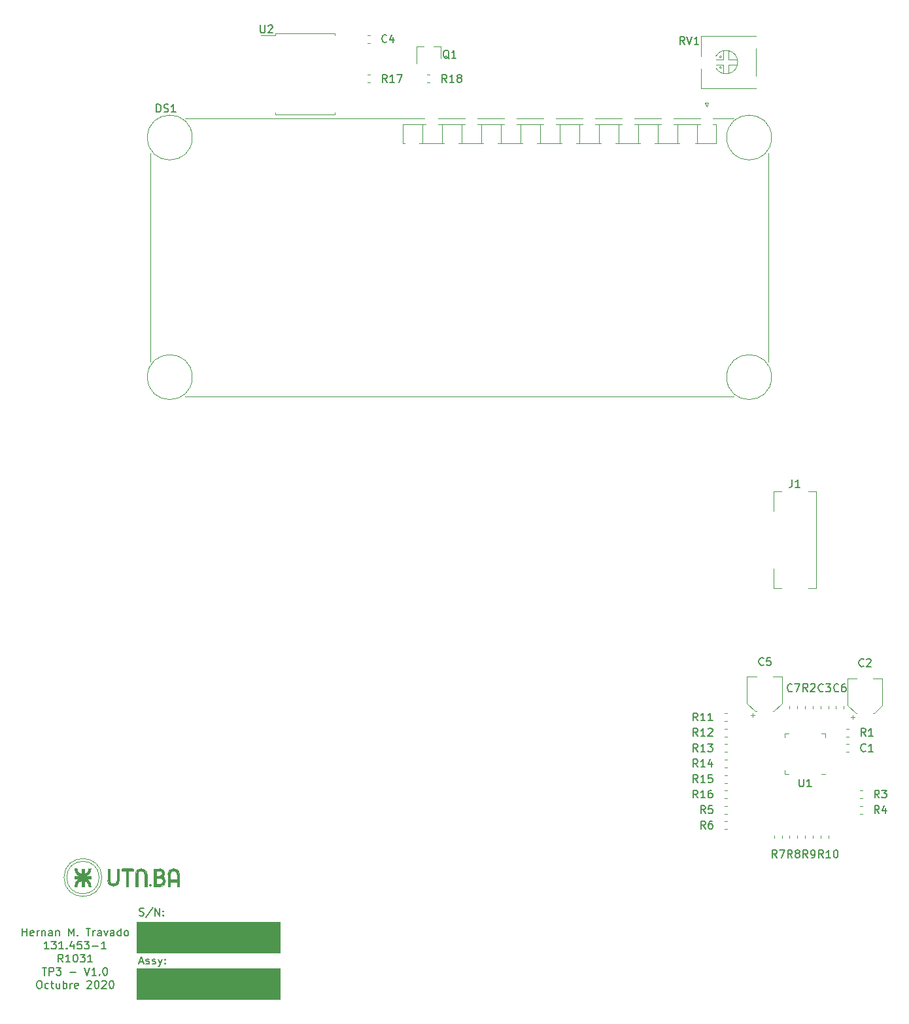
<source format=gbr>
G04 #@! TF.GenerationSoftware,KiCad,Pcbnew,(5.1.6)-1*
G04 #@! TF.CreationDate,2020-10-27T15:14:38-03:00*
G04 #@! TF.ProjectId,PanelFrontal,50616e65-6c46-4726-9f6e-74616c2e6b69,v1.0*
G04 #@! TF.SameCoordinates,Original*
G04 #@! TF.FileFunction,Legend,Top*
G04 #@! TF.FilePolarity,Positive*
%FSLAX46Y46*%
G04 Gerber Fmt 4.6, Leading zero omitted, Abs format (unit mm)*
G04 Created by KiCad (PCBNEW (5.1.6)-1) date 2020-10-27 15:14:38*
%MOMM*%
%LPD*%
G01*
G04 APERTURE LIST*
%ADD10C,0.100000*%
%ADD11C,0.200000*%
%ADD12C,0.120000*%
%ADD13C,0.050000*%
%ADD14C,0.150000*%
%ADD15C,0.250000*%
%ADD16C,0.280000*%
G04 APERTURE END LIST*
D10*
G36*
X141000000Y-184250000D02*
G01*
X122500000Y-184250000D01*
X122500000Y-180250000D01*
X141000000Y-180250000D01*
X141000000Y-184250000D01*
G37*
X141000000Y-184250000D02*
X122500000Y-184250000D01*
X122500000Y-180250000D01*
X141000000Y-180250000D01*
X141000000Y-184250000D01*
D11*
X122820476Y-185416666D02*
X123296666Y-185416666D01*
X122725238Y-185702380D02*
X123058571Y-184702380D01*
X123391904Y-185702380D01*
X123677619Y-185654761D02*
X123772857Y-185702380D01*
X123963333Y-185702380D01*
X124058571Y-185654761D01*
X124106190Y-185559523D01*
X124106190Y-185511904D01*
X124058571Y-185416666D01*
X123963333Y-185369047D01*
X123820476Y-185369047D01*
X123725238Y-185321428D01*
X123677619Y-185226190D01*
X123677619Y-185178571D01*
X123725238Y-185083333D01*
X123820476Y-185035714D01*
X123963333Y-185035714D01*
X124058571Y-185083333D01*
X124487142Y-185654761D02*
X124582380Y-185702380D01*
X124772857Y-185702380D01*
X124868095Y-185654761D01*
X124915714Y-185559523D01*
X124915714Y-185511904D01*
X124868095Y-185416666D01*
X124772857Y-185369047D01*
X124630000Y-185369047D01*
X124534761Y-185321428D01*
X124487142Y-185226190D01*
X124487142Y-185178571D01*
X124534761Y-185083333D01*
X124630000Y-185035714D01*
X124772857Y-185035714D01*
X124868095Y-185083333D01*
X125249047Y-185035714D02*
X125487142Y-185702380D01*
X125725238Y-185035714D02*
X125487142Y-185702380D01*
X125391904Y-185940476D01*
X125344285Y-185988095D01*
X125249047Y-186035714D01*
X126106190Y-185607142D02*
X126153809Y-185654761D01*
X126106190Y-185702380D01*
X126058571Y-185654761D01*
X126106190Y-185607142D01*
X126106190Y-185702380D01*
X126106190Y-185083333D02*
X126153809Y-185130952D01*
X126106190Y-185178571D01*
X126058571Y-185130952D01*
X126106190Y-185083333D01*
X126106190Y-185178571D01*
D10*
G36*
X141000000Y-190250000D02*
G01*
X122500000Y-190250000D01*
X122500000Y-186250000D01*
X141000000Y-186250000D01*
X141000000Y-190250000D01*
G37*
X141000000Y-190250000D02*
X122500000Y-190250000D01*
X122500000Y-186250000D01*
X141000000Y-186250000D01*
X141000000Y-190250000D01*
D11*
X122820476Y-179404761D02*
X122963333Y-179452380D01*
X123201428Y-179452380D01*
X123296666Y-179404761D01*
X123344285Y-179357142D01*
X123391904Y-179261904D01*
X123391904Y-179166666D01*
X123344285Y-179071428D01*
X123296666Y-179023809D01*
X123201428Y-178976190D01*
X123010952Y-178928571D01*
X122915714Y-178880952D01*
X122868095Y-178833333D01*
X122820476Y-178738095D01*
X122820476Y-178642857D01*
X122868095Y-178547619D01*
X122915714Y-178500000D01*
X123010952Y-178452380D01*
X123249047Y-178452380D01*
X123391904Y-178500000D01*
X124534761Y-178404761D02*
X123677619Y-179690476D01*
X124868095Y-179452380D02*
X124868095Y-178452380D01*
X125439523Y-179452380D01*
X125439523Y-178452380D01*
X125915714Y-179357142D02*
X125963333Y-179404761D01*
X125915714Y-179452380D01*
X125868095Y-179404761D01*
X125915714Y-179357142D01*
X125915714Y-179452380D01*
X125915714Y-178833333D02*
X125963333Y-178880952D01*
X125915714Y-178928571D01*
X125868095Y-178880952D01*
X125915714Y-178833333D01*
X125915714Y-178928571D01*
X107666666Y-182052380D02*
X107666666Y-181052380D01*
X107666666Y-181528571D02*
X108238095Y-181528571D01*
X108238095Y-182052380D02*
X108238095Y-181052380D01*
X109095238Y-182004761D02*
X109000000Y-182052380D01*
X108809523Y-182052380D01*
X108714285Y-182004761D01*
X108666666Y-181909523D01*
X108666666Y-181528571D01*
X108714285Y-181433333D01*
X108809523Y-181385714D01*
X109000000Y-181385714D01*
X109095238Y-181433333D01*
X109142857Y-181528571D01*
X109142857Y-181623809D01*
X108666666Y-181719047D01*
X109571428Y-182052380D02*
X109571428Y-181385714D01*
X109571428Y-181576190D02*
X109619047Y-181480952D01*
X109666666Y-181433333D01*
X109761904Y-181385714D01*
X109857142Y-181385714D01*
X110190476Y-181385714D02*
X110190476Y-182052380D01*
X110190476Y-181480952D02*
X110238095Y-181433333D01*
X110333333Y-181385714D01*
X110476190Y-181385714D01*
X110571428Y-181433333D01*
X110619047Y-181528571D01*
X110619047Y-182052380D01*
X111523809Y-182052380D02*
X111523809Y-181528571D01*
X111476190Y-181433333D01*
X111380952Y-181385714D01*
X111190476Y-181385714D01*
X111095238Y-181433333D01*
X111523809Y-182004761D02*
X111428571Y-182052380D01*
X111190476Y-182052380D01*
X111095238Y-182004761D01*
X111047619Y-181909523D01*
X111047619Y-181814285D01*
X111095238Y-181719047D01*
X111190476Y-181671428D01*
X111428571Y-181671428D01*
X111523809Y-181623809D01*
X112000000Y-181385714D02*
X112000000Y-182052380D01*
X112000000Y-181480952D02*
X112047619Y-181433333D01*
X112142857Y-181385714D01*
X112285714Y-181385714D01*
X112380952Y-181433333D01*
X112428571Y-181528571D01*
X112428571Y-182052380D01*
X113666666Y-182052380D02*
X113666666Y-181052380D01*
X114000000Y-181766666D01*
X114333333Y-181052380D01*
X114333333Y-182052380D01*
X114809523Y-181957142D02*
X114857142Y-182004761D01*
X114809523Y-182052380D01*
X114761904Y-182004761D01*
X114809523Y-181957142D01*
X114809523Y-182052380D01*
X115904761Y-181052380D02*
X116476190Y-181052380D01*
X116190476Y-182052380D02*
X116190476Y-181052380D01*
X116809523Y-182052380D02*
X116809523Y-181385714D01*
X116809523Y-181576190D02*
X116857142Y-181480952D01*
X116904761Y-181433333D01*
X117000000Y-181385714D01*
X117095238Y-181385714D01*
X117857142Y-182052380D02*
X117857142Y-181528571D01*
X117809523Y-181433333D01*
X117714285Y-181385714D01*
X117523809Y-181385714D01*
X117428571Y-181433333D01*
X117857142Y-182004761D02*
X117761904Y-182052380D01*
X117523809Y-182052380D01*
X117428571Y-182004761D01*
X117380952Y-181909523D01*
X117380952Y-181814285D01*
X117428571Y-181719047D01*
X117523809Y-181671428D01*
X117761904Y-181671428D01*
X117857142Y-181623809D01*
X118238095Y-181385714D02*
X118476190Y-182052380D01*
X118714285Y-181385714D01*
X119523809Y-182052380D02*
X119523809Y-181528571D01*
X119476190Y-181433333D01*
X119380952Y-181385714D01*
X119190476Y-181385714D01*
X119095238Y-181433333D01*
X119523809Y-182004761D02*
X119428571Y-182052380D01*
X119190476Y-182052380D01*
X119095238Y-182004761D01*
X119047619Y-181909523D01*
X119047619Y-181814285D01*
X119095238Y-181719047D01*
X119190476Y-181671428D01*
X119428571Y-181671428D01*
X119523809Y-181623809D01*
X120428571Y-182052380D02*
X120428571Y-181052380D01*
X120428571Y-182004761D02*
X120333333Y-182052380D01*
X120142857Y-182052380D01*
X120047619Y-182004761D01*
X120000000Y-181957142D01*
X119952380Y-181861904D01*
X119952380Y-181576190D01*
X120000000Y-181480952D01*
X120047619Y-181433333D01*
X120142857Y-181385714D01*
X120333333Y-181385714D01*
X120428571Y-181433333D01*
X121047619Y-182052380D02*
X120952380Y-182004761D01*
X120904761Y-181957142D01*
X120857142Y-181861904D01*
X120857142Y-181576190D01*
X120904761Y-181480952D01*
X120952380Y-181433333D01*
X121047619Y-181385714D01*
X121190476Y-181385714D01*
X121285714Y-181433333D01*
X121333333Y-181480952D01*
X121380952Y-181576190D01*
X121380952Y-181861904D01*
X121333333Y-181957142D01*
X121285714Y-182004761D01*
X121190476Y-182052380D01*
X121047619Y-182052380D01*
X111071428Y-183752380D02*
X110500000Y-183752380D01*
X110785714Y-183752380D02*
X110785714Y-182752380D01*
X110690476Y-182895238D01*
X110595238Y-182990476D01*
X110500000Y-183038095D01*
X111404761Y-182752380D02*
X112023809Y-182752380D01*
X111690476Y-183133333D01*
X111833333Y-183133333D01*
X111928571Y-183180952D01*
X111976190Y-183228571D01*
X112023809Y-183323809D01*
X112023809Y-183561904D01*
X111976190Y-183657142D01*
X111928571Y-183704761D01*
X111833333Y-183752380D01*
X111547619Y-183752380D01*
X111452380Y-183704761D01*
X111404761Y-183657142D01*
X112976190Y-183752380D02*
X112404761Y-183752380D01*
X112690476Y-183752380D02*
X112690476Y-182752380D01*
X112595238Y-182895238D01*
X112500000Y-182990476D01*
X112404761Y-183038095D01*
X113404761Y-183657142D02*
X113452380Y-183704761D01*
X113404761Y-183752380D01*
X113357142Y-183704761D01*
X113404761Y-183657142D01*
X113404761Y-183752380D01*
X114309523Y-183085714D02*
X114309523Y-183752380D01*
X114071428Y-182704761D02*
X113833333Y-183419047D01*
X114452380Y-183419047D01*
X115309523Y-182752380D02*
X114833333Y-182752380D01*
X114785714Y-183228571D01*
X114833333Y-183180952D01*
X114928571Y-183133333D01*
X115166666Y-183133333D01*
X115261904Y-183180952D01*
X115309523Y-183228571D01*
X115357142Y-183323809D01*
X115357142Y-183561904D01*
X115309523Y-183657142D01*
X115261904Y-183704761D01*
X115166666Y-183752380D01*
X114928571Y-183752380D01*
X114833333Y-183704761D01*
X114785714Y-183657142D01*
X115690476Y-182752380D02*
X116309523Y-182752380D01*
X115976190Y-183133333D01*
X116119047Y-183133333D01*
X116214285Y-183180952D01*
X116261904Y-183228571D01*
X116309523Y-183323809D01*
X116309523Y-183561904D01*
X116261904Y-183657142D01*
X116214285Y-183704761D01*
X116119047Y-183752380D01*
X115833333Y-183752380D01*
X115738095Y-183704761D01*
X115690476Y-183657142D01*
X116738095Y-183371428D02*
X117500000Y-183371428D01*
X118500000Y-183752380D02*
X117928571Y-183752380D01*
X118214285Y-183752380D02*
X118214285Y-182752380D01*
X118119047Y-182895238D01*
X118023809Y-182990476D01*
X117928571Y-183038095D01*
X112904761Y-185452380D02*
X112571428Y-184976190D01*
X112333333Y-185452380D02*
X112333333Y-184452380D01*
X112714285Y-184452380D01*
X112809523Y-184500000D01*
X112857142Y-184547619D01*
X112904761Y-184642857D01*
X112904761Y-184785714D01*
X112857142Y-184880952D01*
X112809523Y-184928571D01*
X112714285Y-184976190D01*
X112333333Y-184976190D01*
X113857142Y-185452380D02*
X113285714Y-185452380D01*
X113571428Y-185452380D02*
X113571428Y-184452380D01*
X113476190Y-184595238D01*
X113380952Y-184690476D01*
X113285714Y-184738095D01*
X114476190Y-184452380D02*
X114571428Y-184452380D01*
X114666666Y-184500000D01*
X114714285Y-184547619D01*
X114761904Y-184642857D01*
X114809523Y-184833333D01*
X114809523Y-185071428D01*
X114761904Y-185261904D01*
X114714285Y-185357142D01*
X114666666Y-185404761D01*
X114571428Y-185452380D01*
X114476190Y-185452380D01*
X114380952Y-185404761D01*
X114333333Y-185357142D01*
X114285714Y-185261904D01*
X114238095Y-185071428D01*
X114238095Y-184833333D01*
X114285714Y-184642857D01*
X114333333Y-184547619D01*
X114380952Y-184500000D01*
X114476190Y-184452380D01*
X115142857Y-184452380D02*
X115761904Y-184452380D01*
X115428571Y-184833333D01*
X115571428Y-184833333D01*
X115666666Y-184880952D01*
X115714285Y-184928571D01*
X115761904Y-185023809D01*
X115761904Y-185261904D01*
X115714285Y-185357142D01*
X115666666Y-185404761D01*
X115571428Y-185452380D01*
X115285714Y-185452380D01*
X115190476Y-185404761D01*
X115142857Y-185357142D01*
X116714285Y-185452380D02*
X116142857Y-185452380D01*
X116428571Y-185452380D02*
X116428571Y-184452380D01*
X116333333Y-184595238D01*
X116238095Y-184690476D01*
X116142857Y-184738095D01*
X110238095Y-186152380D02*
X110809523Y-186152380D01*
X110523809Y-187152380D02*
X110523809Y-186152380D01*
X111142857Y-187152380D02*
X111142857Y-186152380D01*
X111523809Y-186152380D01*
X111619047Y-186200000D01*
X111666666Y-186247619D01*
X111714285Y-186342857D01*
X111714285Y-186485714D01*
X111666666Y-186580952D01*
X111619047Y-186628571D01*
X111523809Y-186676190D01*
X111142857Y-186676190D01*
X112047619Y-186152380D02*
X112666666Y-186152380D01*
X112333333Y-186533333D01*
X112476190Y-186533333D01*
X112571428Y-186580952D01*
X112619047Y-186628571D01*
X112666666Y-186723809D01*
X112666666Y-186961904D01*
X112619047Y-187057142D01*
X112571428Y-187104761D01*
X112476190Y-187152380D01*
X112190476Y-187152380D01*
X112095238Y-187104761D01*
X112047619Y-187057142D01*
X113857142Y-186771428D02*
X114619047Y-186771428D01*
X115714285Y-186152380D02*
X116047619Y-187152380D01*
X116380952Y-186152380D01*
X117238095Y-187152380D02*
X116666666Y-187152380D01*
X116952380Y-187152380D02*
X116952380Y-186152380D01*
X116857142Y-186295238D01*
X116761904Y-186390476D01*
X116666666Y-186438095D01*
X117666666Y-187057142D02*
X117714285Y-187104761D01*
X117666666Y-187152380D01*
X117619047Y-187104761D01*
X117666666Y-187057142D01*
X117666666Y-187152380D01*
X118333333Y-186152380D02*
X118428571Y-186152380D01*
X118523809Y-186200000D01*
X118571428Y-186247619D01*
X118619047Y-186342857D01*
X118666666Y-186533333D01*
X118666666Y-186771428D01*
X118619047Y-186961904D01*
X118571428Y-187057142D01*
X118523809Y-187104761D01*
X118428571Y-187152380D01*
X118333333Y-187152380D01*
X118238095Y-187104761D01*
X118190476Y-187057142D01*
X118142857Y-186961904D01*
X118095238Y-186771428D01*
X118095238Y-186533333D01*
X118142857Y-186342857D01*
X118190476Y-186247619D01*
X118238095Y-186200000D01*
X118333333Y-186152380D01*
X109761904Y-187852380D02*
X109952380Y-187852380D01*
X110047619Y-187900000D01*
X110142857Y-187995238D01*
X110190476Y-188185714D01*
X110190476Y-188519047D01*
X110142857Y-188709523D01*
X110047619Y-188804761D01*
X109952380Y-188852380D01*
X109761904Y-188852380D01*
X109666666Y-188804761D01*
X109571428Y-188709523D01*
X109523809Y-188519047D01*
X109523809Y-188185714D01*
X109571428Y-187995238D01*
X109666666Y-187900000D01*
X109761904Y-187852380D01*
X111047619Y-188804761D02*
X110952380Y-188852380D01*
X110761904Y-188852380D01*
X110666666Y-188804761D01*
X110619047Y-188757142D01*
X110571428Y-188661904D01*
X110571428Y-188376190D01*
X110619047Y-188280952D01*
X110666666Y-188233333D01*
X110761904Y-188185714D01*
X110952380Y-188185714D01*
X111047619Y-188233333D01*
X111333333Y-188185714D02*
X111714285Y-188185714D01*
X111476190Y-187852380D02*
X111476190Y-188709523D01*
X111523809Y-188804761D01*
X111619047Y-188852380D01*
X111714285Y-188852380D01*
X112476190Y-188185714D02*
X112476190Y-188852380D01*
X112047619Y-188185714D02*
X112047619Y-188709523D01*
X112095238Y-188804761D01*
X112190476Y-188852380D01*
X112333333Y-188852380D01*
X112428571Y-188804761D01*
X112476190Y-188757142D01*
X112952380Y-188852380D02*
X112952380Y-187852380D01*
X112952380Y-188233333D02*
X113047619Y-188185714D01*
X113238095Y-188185714D01*
X113333333Y-188233333D01*
X113380952Y-188280952D01*
X113428571Y-188376190D01*
X113428571Y-188661904D01*
X113380952Y-188757142D01*
X113333333Y-188804761D01*
X113238095Y-188852380D01*
X113047619Y-188852380D01*
X112952380Y-188804761D01*
X113857142Y-188852380D02*
X113857142Y-188185714D01*
X113857142Y-188376190D02*
X113904761Y-188280952D01*
X113952380Y-188233333D01*
X114047619Y-188185714D01*
X114142857Y-188185714D01*
X114857142Y-188804761D02*
X114761904Y-188852380D01*
X114571428Y-188852380D01*
X114476190Y-188804761D01*
X114428571Y-188709523D01*
X114428571Y-188328571D01*
X114476190Y-188233333D01*
X114571428Y-188185714D01*
X114761904Y-188185714D01*
X114857142Y-188233333D01*
X114904761Y-188328571D01*
X114904761Y-188423809D01*
X114428571Y-188519047D01*
X116047619Y-187947619D02*
X116095238Y-187900000D01*
X116190476Y-187852380D01*
X116428571Y-187852380D01*
X116523809Y-187900000D01*
X116571428Y-187947619D01*
X116619047Y-188042857D01*
X116619047Y-188138095D01*
X116571428Y-188280952D01*
X116000000Y-188852380D01*
X116619047Y-188852380D01*
X117238095Y-187852380D02*
X117333333Y-187852380D01*
X117428571Y-187900000D01*
X117476190Y-187947619D01*
X117523809Y-188042857D01*
X117571428Y-188233333D01*
X117571428Y-188471428D01*
X117523809Y-188661904D01*
X117476190Y-188757142D01*
X117428571Y-188804761D01*
X117333333Y-188852380D01*
X117238095Y-188852380D01*
X117142857Y-188804761D01*
X117095238Y-188757142D01*
X117047619Y-188661904D01*
X117000000Y-188471428D01*
X117000000Y-188233333D01*
X117047619Y-188042857D01*
X117095238Y-187947619D01*
X117142857Y-187900000D01*
X117238095Y-187852380D01*
X117952380Y-187947619D02*
X118000000Y-187900000D01*
X118095238Y-187852380D01*
X118333333Y-187852380D01*
X118428571Y-187900000D01*
X118476190Y-187947619D01*
X118523809Y-188042857D01*
X118523809Y-188138095D01*
X118476190Y-188280952D01*
X117904761Y-188852380D01*
X118523809Y-188852380D01*
X119142857Y-187852380D02*
X119238095Y-187852380D01*
X119333333Y-187900000D01*
X119380952Y-187947619D01*
X119428571Y-188042857D01*
X119476190Y-188233333D01*
X119476190Y-188471428D01*
X119428571Y-188661904D01*
X119380952Y-188757142D01*
X119333333Y-188804761D01*
X119238095Y-188852380D01*
X119142857Y-188852380D01*
X119047619Y-188804761D01*
X119000000Y-188757142D01*
X118952380Y-188661904D01*
X118904761Y-188471428D01*
X118904761Y-188233333D01*
X118952380Y-188042857D01*
X119000000Y-187947619D01*
X119047619Y-187900000D01*
X119142857Y-187852380D01*
D12*
X206865000Y-161110000D02*
X206390000Y-161110000D01*
X206390000Y-161110000D02*
X206390000Y-160635000D01*
X211135000Y-155890000D02*
X211610000Y-155890000D01*
X211610000Y-155890000D02*
X211610000Y-156365000D01*
X206865000Y-155890000D02*
X206390000Y-155890000D01*
X206390000Y-155890000D02*
X206390000Y-156365000D01*
X211135000Y-161110000D02*
X211610000Y-161110000D01*
X198587221Y-162260000D02*
X198912779Y-162260000D01*
X198587221Y-161240000D02*
X198912779Y-161240000D01*
X209400000Y-124550000D02*
X210400000Y-124550000D01*
X210400000Y-137050000D02*
X209400000Y-137050000D01*
X204900000Y-137050000D02*
X205900000Y-137050000D01*
X204900000Y-124550000D02*
X204900000Y-127050000D01*
X210400000Y-137050000D02*
X210400000Y-124550000D01*
X204900000Y-137050000D02*
X204900000Y-134550000D01*
X204900000Y-124550000D02*
X205900000Y-124550000D01*
X208010000Y-152662779D02*
X208010000Y-152337221D01*
X206990000Y-152662779D02*
X206990000Y-152337221D01*
X214010000Y-152662779D02*
X214010000Y-152337221D01*
X212990000Y-152662779D02*
X212990000Y-152337221D01*
D13*
X121375000Y-175625000D02*
X121375000Y-175550000D01*
X121150000Y-175625000D02*
X121375000Y-175625000D01*
X121150000Y-175550000D02*
X121150000Y-175625000D01*
D14*
X121300000Y-175550000D02*
X121300000Y-173650000D01*
X121200000Y-173650000D02*
X121200000Y-175550000D01*
D13*
X121950000Y-173425000D02*
X121950000Y-173550000D01*
X120550000Y-173450000D02*
X120550000Y-173550000D01*
D14*
X121925000Y-173575000D02*
X120575000Y-173575000D01*
X120575000Y-173425000D02*
X121925000Y-173425000D01*
D13*
X124275000Y-175500000D02*
G75*
G03*
X124275000Y-175500000I-25000J0D01*
G01*
D11*
X124325000Y-175500000D02*
G75*
G03*
X124325000Y-175500000I-75000J0D01*
G01*
D13*
X123775000Y-175600000D02*
X123775000Y-175525000D01*
X123525000Y-175600000D02*
X123775000Y-175600000D01*
X123525000Y-175525000D02*
X123525000Y-175600000D01*
X122575000Y-175600000D02*
X122575000Y-175525000D01*
X122325000Y-175600000D02*
X122575000Y-175600000D01*
X122325000Y-175500000D02*
X122325000Y-175600000D01*
X118975000Y-173400000D02*
X118975000Y-173475000D01*
X118725000Y-173400000D02*
X118975000Y-173400000D01*
X118725000Y-173475000D02*
X118725000Y-173400000D01*
X120175000Y-173400000D02*
X120175000Y-173475000D01*
X119925000Y-173400000D02*
X120175000Y-173400000D01*
X119925000Y-173500000D02*
X119925000Y-173400000D01*
D15*
X118850000Y-174900000D02*
X118850000Y-173500000D01*
X120050000Y-174900000D02*
X120050000Y-173500000D01*
X123650000Y-174100000D02*
X123650000Y-175500000D01*
X122450000Y-174100000D02*
X122450000Y-175500000D01*
X126800000Y-174900000D02*
X127725000Y-174900000D01*
D13*
X127975000Y-175600000D02*
X127975000Y-175525000D01*
X127950000Y-175600000D02*
X127975000Y-175600000D01*
X127725000Y-175600000D02*
X127950000Y-175600000D01*
X127725000Y-175500000D02*
X127725000Y-175600000D01*
X126525000Y-175500000D02*
X126775000Y-175500000D01*
X126775000Y-175550000D02*
X126525000Y-175550000D01*
X126525000Y-175600000D02*
X126775000Y-175600000D01*
D15*
X127850000Y-174100000D02*
X127850000Y-175500000D01*
X126650000Y-174100000D02*
X126650000Y-175500000D01*
X125475000Y-174450000D02*
X125000000Y-174450000D01*
X124875000Y-175500000D02*
X125500000Y-175500000D01*
X124875000Y-173500000D02*
X124875000Y-175500000D01*
X125475000Y-173500000D02*
X124875000Y-173500000D01*
D13*
X124750000Y-175600000D02*
X125750000Y-175600000D01*
X124750000Y-173425000D02*
X124750000Y-175625000D01*
X124725000Y-173400000D02*
X125700000Y-173400000D01*
X125000000Y-173650000D02*
X125000000Y-174300000D01*
X125000000Y-175350000D02*
X125525000Y-175350000D01*
X124700000Y-173350000D02*
X125475000Y-173350000D01*
X125000000Y-173650000D02*
X125475000Y-173650000D01*
X125000000Y-174300000D02*
X125525000Y-174300000D01*
X125000000Y-174600000D02*
X125525000Y-174600000D01*
X125000000Y-175650000D02*
X125525000Y-175650000D01*
X125000000Y-175350000D02*
X125000000Y-174600000D01*
X125000000Y-175650000D02*
X124700000Y-175650000D01*
X124700000Y-175650000D02*
X124700000Y-173350000D01*
X127700000Y-174750000D02*
X126800000Y-174750000D01*
X126800000Y-175050000D02*
X127700000Y-175050000D01*
X128000000Y-175650000D02*
X128000000Y-174100000D01*
X126800000Y-175650000D02*
X126500000Y-175650000D01*
X126500000Y-175650000D02*
X126500000Y-174100000D01*
X127700000Y-175650000D02*
X127700000Y-174100000D01*
X128000000Y-175650000D02*
X127700000Y-175650000D01*
X126800000Y-175650000D02*
X126800000Y-174100000D01*
X124400000Y-175500000D02*
G75*
G03*
X124400000Y-175500000I-150000J0D01*
G01*
X123800000Y-175650000D02*
X123800000Y-174100000D01*
X123800000Y-175650000D02*
X123500000Y-175650000D01*
X122600000Y-175650000D02*
X122600000Y-174100000D01*
X122600000Y-175650000D02*
X122300000Y-175650000D01*
X123500000Y-175650000D02*
X123500000Y-174100000D01*
X122300000Y-175650000D02*
X122300000Y-174100000D01*
X121400000Y-173650000D02*
X122000000Y-173650000D01*
X120500000Y-173650000D02*
X121100000Y-173650000D01*
X121400000Y-175650000D02*
X121400000Y-173650000D01*
X121100000Y-175650000D02*
X121400000Y-175650000D01*
X121100000Y-173650000D02*
X121100000Y-175650000D01*
X122000000Y-173350000D02*
X122000000Y-173650000D01*
X120500000Y-173350000D02*
X122000000Y-173350000D01*
X120500000Y-173350000D02*
X120500000Y-173650000D01*
X119900000Y-173350000D02*
X119900000Y-174900000D01*
X119900000Y-173350000D02*
X120200000Y-173350000D01*
X120200000Y-173350000D02*
X120200000Y-174900000D01*
X118700000Y-173350000D02*
X118700000Y-174900000D01*
X119000000Y-173350000D02*
X119000000Y-174900000D01*
X118700000Y-173350000D02*
X119000000Y-173350000D01*
D15*
X114600000Y-174500000D02*
X116400000Y-174500000D01*
D13*
X114600000Y-174350000D02*
X114600000Y-174650000D01*
X116400000Y-174350000D02*
X116400000Y-174650000D01*
X116450000Y-174350000D02*
X116450000Y-174650000D01*
X116500000Y-174350000D02*
X116500000Y-174650000D01*
X114550000Y-174650000D02*
X114550000Y-174350000D01*
X114500000Y-174350000D02*
X114500000Y-174650000D01*
D15*
X115500000Y-173450000D02*
X115500000Y-175550000D01*
D13*
X115375000Y-173450000D02*
X115625000Y-173450000D01*
X115375000Y-175550000D02*
X115625000Y-175550000D01*
X115375000Y-175600000D02*
X115625000Y-175600000D01*
X115375000Y-173400000D02*
X115625000Y-173400000D01*
X114450000Y-173350000D02*
X114750000Y-173350000D01*
X116550000Y-173350000D02*
X116250000Y-173350000D01*
X116550000Y-175650000D02*
X116250000Y-175650000D01*
X114450000Y-175650000D02*
X114750000Y-175650000D01*
X115350000Y-174650000D02*
X115350000Y-175650000D01*
X115340000Y-174650000D02*
X115350000Y-174650000D01*
X114450000Y-174650000D02*
X115700000Y-174650000D01*
X114450000Y-174350000D02*
X114450000Y-174650000D01*
X116550000Y-174350000D02*
X114450000Y-174350000D01*
X116550000Y-174650000D02*
X116550000Y-174350000D01*
X115650000Y-174650000D02*
X116550000Y-174650000D01*
X115650000Y-175650000D02*
X115650000Y-174650000D01*
X115350000Y-175650000D02*
X115650000Y-175650000D01*
X115350000Y-173350000D02*
X115350000Y-174700000D01*
X115650000Y-173350000D02*
X115650000Y-174750000D01*
X115350000Y-173350000D02*
X115650000Y-173350000D01*
D12*
X117600000Y-174500000D02*
G75*
G03*
X117600000Y-174500000I-2100000J0D01*
G01*
X117950000Y-174500000D02*
G75*
G03*
X117950000Y-174500000I-2450000J0D01*
G01*
D15*
X120050000Y-174900000D02*
G75*
G02*
X118850000Y-174900000I-600000J0D01*
G01*
X122450000Y-174100000D02*
G75*
G02*
X123650000Y-174100000I600000J0D01*
G01*
X126650000Y-174100000D02*
G75*
G02*
X127850000Y-174100000I600000J0D01*
G01*
X125475000Y-173500000D02*
G75*
G02*
X125475000Y-174450000I0J-475000D01*
G01*
D16*
X125525000Y-174450000D02*
G75*
G02*
X125525000Y-175500000I0J-525000D01*
G01*
D13*
X125475000Y-173650000D02*
G75*
G02*
X125475000Y-174300000I0J-325000D01*
G01*
X125525000Y-174600000D02*
G75*
G02*
X125525000Y-175350000I0J-375000D01*
G01*
X125525000Y-174300000D02*
G75*
G02*
X125525000Y-175650000I0J-675000D01*
G01*
X125475000Y-173350000D02*
G75*
G02*
X125475000Y-174600000I0J-625000D01*
G01*
X126500000Y-174100000D02*
G75*
G02*
X128000000Y-174100000I750000J0D01*
G01*
X126800000Y-174100000D02*
G75*
G02*
X127700000Y-174100000I450000J0D01*
G01*
X122300000Y-174100000D02*
G75*
G02*
X123800000Y-174100000I750000J0D01*
G01*
X122600000Y-174100000D02*
G75*
G02*
X123500000Y-174100000I450000J0D01*
G01*
X120200000Y-174900000D02*
G75*
G02*
X118700000Y-174900000I-750000J0D01*
G01*
X119900000Y-174900000D02*
G75*
G02*
X119000000Y-174900000I-450000J0D01*
G01*
D10*
X114700043Y-175599338D02*
G75*
G02*
X116299999Y-175600001I799957J-50662D01*
G01*
X114499980Y-175600432D02*
G75*
G02*
X116499999Y-175600001I1000020J-49568D01*
G01*
D15*
X114600036Y-175549691D02*
G75*
G02*
X116399999Y-175550001I899964J-100309D01*
G01*
D10*
X116500020Y-173399568D02*
G75*
G02*
X114500001Y-173399999I-1000020J49568D01*
G01*
X116299957Y-173400662D02*
G75*
G02*
X114700001Y-173399999I-799957J50662D01*
G01*
D15*
X116399964Y-173450309D02*
G75*
G02*
X114600001Y-173449999I-899964J100309D01*
G01*
D13*
X116250000Y-173350000D02*
G75*
G02*
X114750000Y-173350000I-750000J0D01*
G01*
X114450000Y-173350000D02*
G75*
G03*
X116550000Y-173350000I1050000J0D01*
G01*
X114750000Y-175650000D02*
G75*
G02*
X116250000Y-175650000I750000J0D01*
G01*
X116550000Y-175650000D02*
G75*
G03*
X114450000Y-175650000I-1050000J0D01*
G01*
D12*
X196500000Y-74250000D02*
X196250000Y-74750000D01*
X196000000Y-74250000D02*
X196500000Y-74250000D01*
X196250000Y-74750000D02*
X196000000Y-74250000D01*
X156880000Y-77000000D02*
X159860000Y-77000000D01*
X161520000Y-77000000D02*
X164940000Y-77000000D01*
X166600000Y-77000000D02*
X170020000Y-77000000D01*
X171680000Y-77000000D02*
X175100000Y-77000000D01*
X176760000Y-77000000D02*
X180180000Y-77000000D01*
X181840000Y-77000000D02*
X185260000Y-77000000D01*
X186920000Y-77000000D02*
X190340000Y-77000000D01*
X161520000Y-76250000D02*
X164940000Y-76250000D01*
X166600000Y-76250000D02*
X170020000Y-76250000D01*
X171680000Y-76250000D02*
X175100000Y-76250000D01*
X176760000Y-76250000D02*
X180180000Y-76250000D01*
X181840000Y-76250000D02*
X185260000Y-76250000D01*
X186920000Y-76250000D02*
X190340000Y-76250000D01*
X197080000Y-76250000D02*
X199750000Y-76250000D01*
X128750000Y-76250000D02*
X159690000Y-76250000D01*
X192000000Y-76250000D02*
X195420000Y-76250000D01*
X156880000Y-79500000D02*
X157190000Y-79500000D01*
X159020000Y-79500000D02*
X162270000Y-79500000D01*
X164100000Y-79500000D02*
X167350000Y-79500000D01*
X169180000Y-79500000D02*
X172430000Y-79500000D01*
X174260000Y-79500000D02*
X177510000Y-79500000D01*
X179340000Y-79500000D02*
X182590000Y-79500000D01*
X184420000Y-79500000D02*
X187670000Y-79500000D01*
X189500000Y-79500000D02*
X192750000Y-79500000D01*
X156880000Y-79500000D02*
X156880000Y-77000000D01*
X159420000Y-79500000D02*
X159420000Y-77000000D01*
X161960000Y-79500000D02*
X161960000Y-77000000D01*
X164500000Y-79500000D02*
X164500000Y-77000000D01*
X167040000Y-79500000D02*
X167040000Y-77000000D01*
X169580000Y-79500000D02*
X169580000Y-77000000D01*
X172120000Y-79500000D02*
X172120000Y-77000000D01*
X174660000Y-79500000D02*
X174660000Y-77000000D01*
X177200000Y-79500000D02*
X177200000Y-77000000D01*
X179740000Y-79500000D02*
X179740000Y-77000000D01*
X182280000Y-79500000D02*
X182280000Y-77000000D01*
X184820000Y-79500000D02*
X184820000Y-77000000D01*
X187360000Y-79500000D02*
X187360000Y-77000000D01*
X189900000Y-79500000D02*
X189900000Y-77000000D01*
X192440000Y-79500000D02*
X192440000Y-77000000D01*
X192000000Y-77000000D02*
X195420000Y-77000000D01*
X194980000Y-79500000D02*
X194980000Y-77000000D01*
X197500000Y-79500000D02*
X194750000Y-79500000D01*
X197500000Y-77000000D02*
X197080000Y-77000000D01*
X197500000Y-79500000D02*
X197500000Y-77000000D01*
X124250000Y-107750000D02*
X124250000Y-80750000D01*
X199750000Y-112250000D02*
X128750000Y-112250000D01*
X204250000Y-80750000D02*
X204250000Y-107750000D01*
X202600000Y-70750000D02*
X202600000Y-67250000D01*
X195500000Y-65650000D02*
X195500000Y-68200000D01*
X197500000Y-69350000D02*
X198400000Y-69350000D01*
X198400000Y-69350000D02*
X198400000Y-70450000D01*
X202600000Y-72350000D02*
X195500000Y-72350000D01*
X198191421Y-69700000D02*
G75*
G03*
X198191421Y-69700000I-141421J0D01*
G01*
X198191421Y-68300000D02*
G75*
G03*
X198191421Y-68300000I-141421J0D01*
G01*
X199100000Y-67550000D02*
X199100000Y-68650000D01*
X198400000Y-68650000D02*
X197500000Y-68650000D01*
X200200000Y-68650000D02*
X199100000Y-68650000D01*
X195500000Y-65650000D02*
X202600000Y-65650000D01*
X199100000Y-69350000D02*
X199100000Y-70450000D01*
X198400000Y-68650000D02*
X198400000Y-67550000D01*
X200200000Y-69350000D02*
X199100000Y-69350000D01*
X195500000Y-72350000D02*
X195500000Y-69800000D01*
X197446903Y-68235363D02*
G75*
G02*
X197450000Y-69750000I1313097J-754637D01*
G01*
X140390000Y-65495000D02*
X138575000Y-65495000D01*
X140390000Y-65240000D02*
X140390000Y-65495000D01*
X144250000Y-65240000D02*
X140390000Y-65240000D01*
X148110000Y-65240000D02*
X148110000Y-65495000D01*
X144250000Y-65240000D02*
X148110000Y-65240000D01*
X140390000Y-75760000D02*
X140390000Y-75505000D01*
X144250000Y-75760000D02*
X140390000Y-75760000D01*
X148110000Y-75760000D02*
X148110000Y-75505000D01*
X144250000Y-75760000D02*
X148110000Y-75760000D01*
X160087221Y-71660000D02*
X160412779Y-71660000D01*
X160087221Y-70640000D02*
X160412779Y-70640000D01*
X152337221Y-71660000D02*
X152662779Y-71660000D01*
X152337221Y-70640000D02*
X152662779Y-70640000D01*
X198587221Y-164260000D02*
X198912779Y-164260000D01*
X198587221Y-163240000D02*
X198912779Y-163240000D01*
X198587221Y-160260000D02*
X198912779Y-160260000D01*
X198587221Y-159240000D02*
X198912779Y-159240000D01*
X198587221Y-158260000D02*
X198912779Y-158260000D01*
X198587221Y-157240000D02*
X198912779Y-157240000D01*
X198587221Y-156260000D02*
X198912779Y-156260000D01*
X198587221Y-155240000D02*
X198912779Y-155240000D01*
X198587221Y-154260000D02*
X198912779Y-154260000D01*
X198587221Y-153240000D02*
X198912779Y-153240000D01*
X212010000Y-169412779D02*
X212010000Y-169087221D01*
X210990000Y-169412779D02*
X210990000Y-169087221D01*
X210010000Y-169412779D02*
X210010000Y-169087221D01*
X208990000Y-169412779D02*
X208990000Y-169087221D01*
X208010000Y-169412779D02*
X208010000Y-169087221D01*
X206990000Y-169412779D02*
X206990000Y-169087221D01*
X206010000Y-169412779D02*
X206010000Y-169087221D01*
X204990000Y-169412779D02*
X204990000Y-169087221D01*
X198587221Y-168260000D02*
X198912779Y-168260000D01*
X198587221Y-167240000D02*
X198912779Y-167240000D01*
X198587221Y-166260000D02*
X198912779Y-166260000D01*
X198587221Y-165240000D02*
X198912779Y-165240000D01*
X216412779Y-165240000D02*
X216087221Y-165240000D01*
X216412779Y-166260000D02*
X216087221Y-166260000D01*
X216412779Y-163240000D02*
X216087221Y-163240000D01*
X216412779Y-164260000D02*
X216087221Y-164260000D01*
X210010000Y-152662779D02*
X210010000Y-152337221D01*
X208990000Y-152662779D02*
X208990000Y-152337221D01*
X214662779Y-155240000D02*
X214337221Y-155240000D01*
X214662779Y-156260000D02*
X214337221Y-156260000D01*
X204650000Y-109750000D02*
G75*
G03*
X204650000Y-109750000I-2900000J0D01*
G01*
X204650000Y-78750000D02*
G75*
G03*
X204650000Y-78750000I-2900000J0D01*
G01*
X129650000Y-109750000D02*
G75*
G03*
X129650000Y-109750000I-2900000J0D01*
G01*
X129650000Y-78750000D02*
G75*
G03*
X129650000Y-78750000I-2900000J0D01*
G01*
X161830000Y-66990000D02*
X161830000Y-68450000D01*
X158670000Y-66990000D02*
X158670000Y-69150000D01*
X158670000Y-66990000D02*
X159600000Y-66990000D01*
X161830000Y-66990000D02*
X160900000Y-66990000D01*
X201940000Y-153500000D02*
X202440000Y-153500000D01*
X202190000Y-153750000D02*
X202190000Y-153250000D01*
X204945563Y-153010000D02*
X206010000Y-151945563D01*
X202554437Y-153010000D02*
X201490000Y-151945563D01*
X202554437Y-153010000D02*
X202690000Y-153010000D01*
X204945563Y-153010000D02*
X204810000Y-153010000D01*
X206010000Y-151945563D02*
X206010000Y-148490000D01*
X201490000Y-151945563D02*
X201490000Y-148490000D01*
X201490000Y-148490000D02*
X202690000Y-148490000D01*
X206010000Y-148490000D02*
X204810000Y-148490000D01*
X152337221Y-66510000D02*
X152662779Y-66510000D01*
X152337221Y-65490000D02*
X152662779Y-65490000D01*
X212010000Y-152662779D02*
X212010000Y-152337221D01*
X210990000Y-152662779D02*
X210990000Y-152337221D01*
X214940000Y-153750000D02*
X215440000Y-153750000D01*
X215190000Y-154000000D02*
X215190000Y-153500000D01*
X217945563Y-153260000D02*
X219010000Y-152195563D01*
X215554437Y-153260000D02*
X214490000Y-152195563D01*
X215554437Y-153260000D02*
X215690000Y-153260000D01*
X217945563Y-153260000D02*
X217810000Y-153260000D01*
X219010000Y-152195563D02*
X219010000Y-148740000D01*
X214490000Y-152195563D02*
X214490000Y-148740000D01*
X214490000Y-148740000D02*
X215690000Y-148740000D01*
X219010000Y-148740000D02*
X217810000Y-148740000D01*
X214337221Y-158260000D02*
X214662779Y-158260000D01*
X214337221Y-157240000D02*
X214662779Y-157240000D01*
D14*
X208238095Y-161752380D02*
X208238095Y-162561904D01*
X208285714Y-162657142D01*
X208333333Y-162704761D01*
X208428571Y-162752380D01*
X208619047Y-162752380D01*
X208714285Y-162704761D01*
X208761904Y-162657142D01*
X208809523Y-162561904D01*
X208809523Y-161752380D01*
X209809523Y-162752380D02*
X209238095Y-162752380D01*
X209523809Y-162752380D02*
X209523809Y-161752380D01*
X209428571Y-161895238D01*
X209333333Y-161990476D01*
X209238095Y-162038095D01*
X195107142Y-162202380D02*
X194773809Y-161726190D01*
X194535714Y-162202380D02*
X194535714Y-161202380D01*
X194916666Y-161202380D01*
X195011904Y-161250000D01*
X195059523Y-161297619D01*
X195107142Y-161392857D01*
X195107142Y-161535714D01*
X195059523Y-161630952D01*
X195011904Y-161678571D01*
X194916666Y-161726190D01*
X194535714Y-161726190D01*
X196059523Y-162202380D02*
X195488095Y-162202380D01*
X195773809Y-162202380D02*
X195773809Y-161202380D01*
X195678571Y-161345238D01*
X195583333Y-161440476D01*
X195488095Y-161488095D01*
X196964285Y-161202380D02*
X196488095Y-161202380D01*
X196440476Y-161678571D01*
X196488095Y-161630952D01*
X196583333Y-161583333D01*
X196821428Y-161583333D01*
X196916666Y-161630952D01*
X196964285Y-161678571D01*
X197011904Y-161773809D01*
X197011904Y-162011904D01*
X196964285Y-162107142D01*
X196916666Y-162154761D01*
X196821428Y-162202380D01*
X196583333Y-162202380D01*
X196488095Y-162154761D01*
X196440476Y-162107142D01*
X207316666Y-123002380D02*
X207316666Y-123716666D01*
X207269047Y-123859523D01*
X207173809Y-123954761D01*
X207030952Y-124002380D01*
X206935714Y-124002380D01*
X208316666Y-124002380D02*
X207745238Y-124002380D01*
X208030952Y-124002380D02*
X208030952Y-123002380D01*
X207935714Y-123145238D01*
X207840476Y-123240476D01*
X207745238Y-123288095D01*
X207333333Y-150357142D02*
X207285714Y-150404761D01*
X207142857Y-150452380D01*
X207047619Y-150452380D01*
X206904761Y-150404761D01*
X206809523Y-150309523D01*
X206761904Y-150214285D01*
X206714285Y-150023809D01*
X206714285Y-149880952D01*
X206761904Y-149690476D01*
X206809523Y-149595238D01*
X206904761Y-149500000D01*
X207047619Y-149452380D01*
X207142857Y-149452380D01*
X207285714Y-149500000D01*
X207333333Y-149547619D01*
X207666666Y-149452380D02*
X208333333Y-149452380D01*
X207904761Y-150452380D01*
X213333333Y-150357142D02*
X213285714Y-150404761D01*
X213142857Y-150452380D01*
X213047619Y-150452380D01*
X212904761Y-150404761D01*
X212809523Y-150309523D01*
X212761904Y-150214285D01*
X212714285Y-150023809D01*
X212714285Y-149880952D01*
X212761904Y-149690476D01*
X212809523Y-149595238D01*
X212904761Y-149500000D01*
X213047619Y-149452380D01*
X213142857Y-149452380D01*
X213285714Y-149500000D01*
X213333333Y-149547619D01*
X214190476Y-149452380D02*
X214000000Y-149452380D01*
X213904761Y-149500000D01*
X213857142Y-149547619D01*
X213761904Y-149690476D01*
X213714285Y-149880952D01*
X213714285Y-150261904D01*
X213761904Y-150357142D01*
X213809523Y-150404761D01*
X213904761Y-150452380D01*
X214095238Y-150452380D01*
X214190476Y-150404761D01*
X214238095Y-150357142D01*
X214285714Y-150261904D01*
X214285714Y-150023809D01*
X214238095Y-149928571D01*
X214190476Y-149880952D01*
X214095238Y-149833333D01*
X213904761Y-149833333D01*
X213809523Y-149880952D01*
X213761904Y-149928571D01*
X213714285Y-150023809D01*
X125035714Y-75452380D02*
X125035714Y-74452380D01*
X125273809Y-74452380D01*
X125416666Y-74500000D01*
X125511904Y-74595238D01*
X125559523Y-74690476D01*
X125607142Y-74880952D01*
X125607142Y-75023809D01*
X125559523Y-75214285D01*
X125511904Y-75309523D01*
X125416666Y-75404761D01*
X125273809Y-75452380D01*
X125035714Y-75452380D01*
X125988095Y-75404761D02*
X126130952Y-75452380D01*
X126369047Y-75452380D01*
X126464285Y-75404761D01*
X126511904Y-75357142D01*
X126559523Y-75261904D01*
X126559523Y-75166666D01*
X126511904Y-75071428D01*
X126464285Y-75023809D01*
X126369047Y-74976190D01*
X126178571Y-74928571D01*
X126083333Y-74880952D01*
X126035714Y-74833333D01*
X125988095Y-74738095D01*
X125988095Y-74642857D01*
X126035714Y-74547619D01*
X126083333Y-74500000D01*
X126178571Y-74452380D01*
X126416666Y-74452380D01*
X126559523Y-74500000D01*
X127511904Y-75452380D02*
X126940476Y-75452380D01*
X127226190Y-75452380D02*
X127226190Y-74452380D01*
X127130952Y-74595238D01*
X127035714Y-74690476D01*
X126940476Y-74738095D01*
X193404761Y-66702380D02*
X193071428Y-66226190D01*
X192833333Y-66702380D02*
X192833333Y-65702380D01*
X193214285Y-65702380D01*
X193309523Y-65750000D01*
X193357142Y-65797619D01*
X193404761Y-65892857D01*
X193404761Y-66035714D01*
X193357142Y-66130952D01*
X193309523Y-66178571D01*
X193214285Y-66226190D01*
X192833333Y-66226190D01*
X193690476Y-65702380D02*
X194023809Y-66702380D01*
X194357142Y-65702380D01*
X195214285Y-66702380D02*
X194642857Y-66702380D01*
X194928571Y-66702380D02*
X194928571Y-65702380D01*
X194833333Y-65845238D01*
X194738095Y-65940476D01*
X194642857Y-65988095D01*
X138488095Y-64202380D02*
X138488095Y-65011904D01*
X138535714Y-65107142D01*
X138583333Y-65154761D01*
X138678571Y-65202380D01*
X138869047Y-65202380D01*
X138964285Y-65154761D01*
X139011904Y-65107142D01*
X139059523Y-65011904D01*
X139059523Y-64202380D01*
X139488095Y-64297619D02*
X139535714Y-64250000D01*
X139630952Y-64202380D01*
X139869047Y-64202380D01*
X139964285Y-64250000D01*
X140011904Y-64297619D01*
X140059523Y-64392857D01*
X140059523Y-64488095D01*
X140011904Y-64630952D01*
X139440476Y-65202380D01*
X140059523Y-65202380D01*
X162607142Y-71602380D02*
X162273809Y-71126190D01*
X162035714Y-71602380D02*
X162035714Y-70602380D01*
X162416666Y-70602380D01*
X162511904Y-70650000D01*
X162559523Y-70697619D01*
X162607142Y-70792857D01*
X162607142Y-70935714D01*
X162559523Y-71030952D01*
X162511904Y-71078571D01*
X162416666Y-71126190D01*
X162035714Y-71126190D01*
X163559523Y-71602380D02*
X162988095Y-71602380D01*
X163273809Y-71602380D02*
X163273809Y-70602380D01*
X163178571Y-70745238D01*
X163083333Y-70840476D01*
X162988095Y-70888095D01*
X164130952Y-71030952D02*
X164035714Y-70983333D01*
X163988095Y-70935714D01*
X163940476Y-70840476D01*
X163940476Y-70792857D01*
X163988095Y-70697619D01*
X164035714Y-70650000D01*
X164130952Y-70602380D01*
X164321428Y-70602380D01*
X164416666Y-70650000D01*
X164464285Y-70697619D01*
X164511904Y-70792857D01*
X164511904Y-70840476D01*
X164464285Y-70935714D01*
X164416666Y-70983333D01*
X164321428Y-71030952D01*
X164130952Y-71030952D01*
X164035714Y-71078571D01*
X163988095Y-71126190D01*
X163940476Y-71221428D01*
X163940476Y-71411904D01*
X163988095Y-71507142D01*
X164035714Y-71554761D01*
X164130952Y-71602380D01*
X164321428Y-71602380D01*
X164416666Y-71554761D01*
X164464285Y-71507142D01*
X164511904Y-71411904D01*
X164511904Y-71221428D01*
X164464285Y-71126190D01*
X164416666Y-71078571D01*
X164321428Y-71030952D01*
X154857142Y-71602380D02*
X154523809Y-71126190D01*
X154285714Y-71602380D02*
X154285714Y-70602380D01*
X154666666Y-70602380D01*
X154761904Y-70650000D01*
X154809523Y-70697619D01*
X154857142Y-70792857D01*
X154857142Y-70935714D01*
X154809523Y-71030952D01*
X154761904Y-71078571D01*
X154666666Y-71126190D01*
X154285714Y-71126190D01*
X155809523Y-71602380D02*
X155238095Y-71602380D01*
X155523809Y-71602380D02*
X155523809Y-70602380D01*
X155428571Y-70745238D01*
X155333333Y-70840476D01*
X155238095Y-70888095D01*
X156142857Y-70602380D02*
X156809523Y-70602380D01*
X156380952Y-71602380D01*
X195107142Y-164202380D02*
X194773809Y-163726190D01*
X194535714Y-164202380D02*
X194535714Y-163202380D01*
X194916666Y-163202380D01*
X195011904Y-163250000D01*
X195059523Y-163297619D01*
X195107142Y-163392857D01*
X195107142Y-163535714D01*
X195059523Y-163630952D01*
X195011904Y-163678571D01*
X194916666Y-163726190D01*
X194535714Y-163726190D01*
X196059523Y-164202380D02*
X195488095Y-164202380D01*
X195773809Y-164202380D02*
X195773809Y-163202380D01*
X195678571Y-163345238D01*
X195583333Y-163440476D01*
X195488095Y-163488095D01*
X196916666Y-163202380D02*
X196726190Y-163202380D01*
X196630952Y-163250000D01*
X196583333Y-163297619D01*
X196488095Y-163440476D01*
X196440476Y-163630952D01*
X196440476Y-164011904D01*
X196488095Y-164107142D01*
X196535714Y-164154761D01*
X196630952Y-164202380D01*
X196821428Y-164202380D01*
X196916666Y-164154761D01*
X196964285Y-164107142D01*
X197011904Y-164011904D01*
X197011904Y-163773809D01*
X196964285Y-163678571D01*
X196916666Y-163630952D01*
X196821428Y-163583333D01*
X196630952Y-163583333D01*
X196535714Y-163630952D01*
X196488095Y-163678571D01*
X196440476Y-163773809D01*
X195107142Y-160202380D02*
X194773809Y-159726190D01*
X194535714Y-160202380D02*
X194535714Y-159202380D01*
X194916666Y-159202380D01*
X195011904Y-159250000D01*
X195059523Y-159297619D01*
X195107142Y-159392857D01*
X195107142Y-159535714D01*
X195059523Y-159630952D01*
X195011904Y-159678571D01*
X194916666Y-159726190D01*
X194535714Y-159726190D01*
X196059523Y-160202380D02*
X195488095Y-160202380D01*
X195773809Y-160202380D02*
X195773809Y-159202380D01*
X195678571Y-159345238D01*
X195583333Y-159440476D01*
X195488095Y-159488095D01*
X196916666Y-159535714D02*
X196916666Y-160202380D01*
X196678571Y-159154761D02*
X196440476Y-159869047D01*
X197059523Y-159869047D01*
X195107142Y-158202380D02*
X194773809Y-157726190D01*
X194535714Y-158202380D02*
X194535714Y-157202380D01*
X194916666Y-157202380D01*
X195011904Y-157250000D01*
X195059523Y-157297619D01*
X195107142Y-157392857D01*
X195107142Y-157535714D01*
X195059523Y-157630952D01*
X195011904Y-157678571D01*
X194916666Y-157726190D01*
X194535714Y-157726190D01*
X196059523Y-158202380D02*
X195488095Y-158202380D01*
X195773809Y-158202380D02*
X195773809Y-157202380D01*
X195678571Y-157345238D01*
X195583333Y-157440476D01*
X195488095Y-157488095D01*
X196392857Y-157202380D02*
X197011904Y-157202380D01*
X196678571Y-157583333D01*
X196821428Y-157583333D01*
X196916666Y-157630952D01*
X196964285Y-157678571D01*
X197011904Y-157773809D01*
X197011904Y-158011904D01*
X196964285Y-158107142D01*
X196916666Y-158154761D01*
X196821428Y-158202380D01*
X196535714Y-158202380D01*
X196440476Y-158154761D01*
X196392857Y-158107142D01*
X195107142Y-156202380D02*
X194773809Y-155726190D01*
X194535714Y-156202380D02*
X194535714Y-155202380D01*
X194916666Y-155202380D01*
X195011904Y-155250000D01*
X195059523Y-155297619D01*
X195107142Y-155392857D01*
X195107142Y-155535714D01*
X195059523Y-155630952D01*
X195011904Y-155678571D01*
X194916666Y-155726190D01*
X194535714Y-155726190D01*
X196059523Y-156202380D02*
X195488095Y-156202380D01*
X195773809Y-156202380D02*
X195773809Y-155202380D01*
X195678571Y-155345238D01*
X195583333Y-155440476D01*
X195488095Y-155488095D01*
X196440476Y-155297619D02*
X196488095Y-155250000D01*
X196583333Y-155202380D01*
X196821428Y-155202380D01*
X196916666Y-155250000D01*
X196964285Y-155297619D01*
X197011904Y-155392857D01*
X197011904Y-155488095D01*
X196964285Y-155630952D01*
X196392857Y-156202380D01*
X197011904Y-156202380D01*
X195107142Y-154202380D02*
X194773809Y-153726190D01*
X194535714Y-154202380D02*
X194535714Y-153202380D01*
X194916666Y-153202380D01*
X195011904Y-153250000D01*
X195059523Y-153297619D01*
X195107142Y-153392857D01*
X195107142Y-153535714D01*
X195059523Y-153630952D01*
X195011904Y-153678571D01*
X194916666Y-153726190D01*
X194535714Y-153726190D01*
X196059523Y-154202380D02*
X195488095Y-154202380D01*
X195773809Y-154202380D02*
X195773809Y-153202380D01*
X195678571Y-153345238D01*
X195583333Y-153440476D01*
X195488095Y-153488095D01*
X197011904Y-154202380D02*
X196440476Y-154202380D01*
X196726190Y-154202380D02*
X196726190Y-153202380D01*
X196630952Y-153345238D01*
X196535714Y-153440476D01*
X196440476Y-153488095D01*
X211357142Y-171952380D02*
X211023809Y-171476190D01*
X210785714Y-171952380D02*
X210785714Y-170952380D01*
X211166666Y-170952380D01*
X211261904Y-171000000D01*
X211309523Y-171047619D01*
X211357142Y-171142857D01*
X211357142Y-171285714D01*
X211309523Y-171380952D01*
X211261904Y-171428571D01*
X211166666Y-171476190D01*
X210785714Y-171476190D01*
X212309523Y-171952380D02*
X211738095Y-171952380D01*
X212023809Y-171952380D02*
X212023809Y-170952380D01*
X211928571Y-171095238D01*
X211833333Y-171190476D01*
X211738095Y-171238095D01*
X212928571Y-170952380D02*
X213023809Y-170952380D01*
X213119047Y-171000000D01*
X213166666Y-171047619D01*
X213214285Y-171142857D01*
X213261904Y-171333333D01*
X213261904Y-171571428D01*
X213214285Y-171761904D01*
X213166666Y-171857142D01*
X213119047Y-171904761D01*
X213023809Y-171952380D01*
X212928571Y-171952380D01*
X212833333Y-171904761D01*
X212785714Y-171857142D01*
X212738095Y-171761904D01*
X212690476Y-171571428D01*
X212690476Y-171333333D01*
X212738095Y-171142857D01*
X212785714Y-171047619D01*
X212833333Y-171000000D01*
X212928571Y-170952380D01*
X209333333Y-171952380D02*
X209000000Y-171476190D01*
X208761904Y-171952380D02*
X208761904Y-170952380D01*
X209142857Y-170952380D01*
X209238095Y-171000000D01*
X209285714Y-171047619D01*
X209333333Y-171142857D01*
X209333333Y-171285714D01*
X209285714Y-171380952D01*
X209238095Y-171428571D01*
X209142857Y-171476190D01*
X208761904Y-171476190D01*
X209809523Y-171952380D02*
X210000000Y-171952380D01*
X210095238Y-171904761D01*
X210142857Y-171857142D01*
X210238095Y-171714285D01*
X210285714Y-171523809D01*
X210285714Y-171142857D01*
X210238095Y-171047619D01*
X210190476Y-171000000D01*
X210095238Y-170952380D01*
X209904761Y-170952380D01*
X209809523Y-171000000D01*
X209761904Y-171047619D01*
X209714285Y-171142857D01*
X209714285Y-171380952D01*
X209761904Y-171476190D01*
X209809523Y-171523809D01*
X209904761Y-171571428D01*
X210095238Y-171571428D01*
X210190476Y-171523809D01*
X210238095Y-171476190D01*
X210285714Y-171380952D01*
X207333333Y-171952380D02*
X207000000Y-171476190D01*
X206761904Y-171952380D02*
X206761904Y-170952380D01*
X207142857Y-170952380D01*
X207238095Y-171000000D01*
X207285714Y-171047619D01*
X207333333Y-171142857D01*
X207333333Y-171285714D01*
X207285714Y-171380952D01*
X207238095Y-171428571D01*
X207142857Y-171476190D01*
X206761904Y-171476190D01*
X207904761Y-171380952D02*
X207809523Y-171333333D01*
X207761904Y-171285714D01*
X207714285Y-171190476D01*
X207714285Y-171142857D01*
X207761904Y-171047619D01*
X207809523Y-171000000D01*
X207904761Y-170952380D01*
X208095238Y-170952380D01*
X208190476Y-171000000D01*
X208238095Y-171047619D01*
X208285714Y-171142857D01*
X208285714Y-171190476D01*
X208238095Y-171285714D01*
X208190476Y-171333333D01*
X208095238Y-171380952D01*
X207904761Y-171380952D01*
X207809523Y-171428571D01*
X207761904Y-171476190D01*
X207714285Y-171571428D01*
X207714285Y-171761904D01*
X207761904Y-171857142D01*
X207809523Y-171904761D01*
X207904761Y-171952380D01*
X208095238Y-171952380D01*
X208190476Y-171904761D01*
X208238095Y-171857142D01*
X208285714Y-171761904D01*
X208285714Y-171571428D01*
X208238095Y-171476190D01*
X208190476Y-171428571D01*
X208095238Y-171380952D01*
X205333333Y-171952380D02*
X205000000Y-171476190D01*
X204761904Y-171952380D02*
X204761904Y-170952380D01*
X205142857Y-170952380D01*
X205238095Y-171000000D01*
X205285714Y-171047619D01*
X205333333Y-171142857D01*
X205333333Y-171285714D01*
X205285714Y-171380952D01*
X205238095Y-171428571D01*
X205142857Y-171476190D01*
X204761904Y-171476190D01*
X205666666Y-170952380D02*
X206333333Y-170952380D01*
X205904761Y-171952380D01*
X196083333Y-168202380D02*
X195750000Y-167726190D01*
X195511904Y-168202380D02*
X195511904Y-167202380D01*
X195892857Y-167202380D01*
X195988095Y-167250000D01*
X196035714Y-167297619D01*
X196083333Y-167392857D01*
X196083333Y-167535714D01*
X196035714Y-167630952D01*
X195988095Y-167678571D01*
X195892857Y-167726190D01*
X195511904Y-167726190D01*
X196940476Y-167202380D02*
X196750000Y-167202380D01*
X196654761Y-167250000D01*
X196607142Y-167297619D01*
X196511904Y-167440476D01*
X196464285Y-167630952D01*
X196464285Y-168011904D01*
X196511904Y-168107142D01*
X196559523Y-168154761D01*
X196654761Y-168202380D01*
X196845238Y-168202380D01*
X196940476Y-168154761D01*
X196988095Y-168107142D01*
X197035714Y-168011904D01*
X197035714Y-167773809D01*
X196988095Y-167678571D01*
X196940476Y-167630952D01*
X196845238Y-167583333D01*
X196654761Y-167583333D01*
X196559523Y-167630952D01*
X196511904Y-167678571D01*
X196464285Y-167773809D01*
X196083333Y-166202380D02*
X195750000Y-165726190D01*
X195511904Y-166202380D02*
X195511904Y-165202380D01*
X195892857Y-165202380D01*
X195988095Y-165250000D01*
X196035714Y-165297619D01*
X196083333Y-165392857D01*
X196083333Y-165535714D01*
X196035714Y-165630952D01*
X195988095Y-165678571D01*
X195892857Y-165726190D01*
X195511904Y-165726190D01*
X196988095Y-165202380D02*
X196511904Y-165202380D01*
X196464285Y-165678571D01*
X196511904Y-165630952D01*
X196607142Y-165583333D01*
X196845238Y-165583333D01*
X196940476Y-165630952D01*
X196988095Y-165678571D01*
X197035714Y-165773809D01*
X197035714Y-166011904D01*
X196988095Y-166107142D01*
X196940476Y-166154761D01*
X196845238Y-166202380D01*
X196607142Y-166202380D01*
X196511904Y-166154761D01*
X196464285Y-166107142D01*
X218583333Y-166202380D02*
X218250000Y-165726190D01*
X218011904Y-166202380D02*
X218011904Y-165202380D01*
X218392857Y-165202380D01*
X218488095Y-165250000D01*
X218535714Y-165297619D01*
X218583333Y-165392857D01*
X218583333Y-165535714D01*
X218535714Y-165630952D01*
X218488095Y-165678571D01*
X218392857Y-165726190D01*
X218011904Y-165726190D01*
X219440476Y-165535714D02*
X219440476Y-166202380D01*
X219202380Y-165154761D02*
X218964285Y-165869047D01*
X219583333Y-165869047D01*
X218583333Y-164202380D02*
X218250000Y-163726190D01*
X218011904Y-164202380D02*
X218011904Y-163202380D01*
X218392857Y-163202380D01*
X218488095Y-163250000D01*
X218535714Y-163297619D01*
X218583333Y-163392857D01*
X218583333Y-163535714D01*
X218535714Y-163630952D01*
X218488095Y-163678571D01*
X218392857Y-163726190D01*
X218011904Y-163726190D01*
X218916666Y-163202380D02*
X219535714Y-163202380D01*
X219202380Y-163583333D01*
X219345238Y-163583333D01*
X219440476Y-163630952D01*
X219488095Y-163678571D01*
X219535714Y-163773809D01*
X219535714Y-164011904D01*
X219488095Y-164107142D01*
X219440476Y-164154761D01*
X219345238Y-164202380D01*
X219059523Y-164202380D01*
X218964285Y-164154761D01*
X218916666Y-164107142D01*
X209333333Y-150414880D02*
X209000000Y-149938690D01*
X208761904Y-150414880D02*
X208761904Y-149414880D01*
X209142857Y-149414880D01*
X209238095Y-149462500D01*
X209285714Y-149510119D01*
X209333333Y-149605357D01*
X209333333Y-149748214D01*
X209285714Y-149843452D01*
X209238095Y-149891071D01*
X209142857Y-149938690D01*
X208761904Y-149938690D01*
X209714285Y-149510119D02*
X209761904Y-149462500D01*
X209857142Y-149414880D01*
X210095238Y-149414880D01*
X210190476Y-149462500D01*
X210238095Y-149510119D01*
X210285714Y-149605357D01*
X210285714Y-149700595D01*
X210238095Y-149843452D01*
X209666666Y-150414880D01*
X210285714Y-150414880D01*
X216833333Y-156202380D02*
X216500000Y-155726190D01*
X216261904Y-156202380D02*
X216261904Y-155202380D01*
X216642857Y-155202380D01*
X216738095Y-155250000D01*
X216785714Y-155297619D01*
X216833333Y-155392857D01*
X216833333Y-155535714D01*
X216785714Y-155630952D01*
X216738095Y-155678571D01*
X216642857Y-155726190D01*
X216261904Y-155726190D01*
X217785714Y-156202380D02*
X217214285Y-156202380D01*
X217500000Y-156202380D02*
X217500000Y-155202380D01*
X217404761Y-155345238D01*
X217309523Y-155440476D01*
X217214285Y-155488095D01*
X162904761Y-68547619D02*
X162809523Y-68500000D01*
X162714285Y-68404761D01*
X162571428Y-68261904D01*
X162476190Y-68214285D01*
X162380952Y-68214285D01*
X162428571Y-68452380D02*
X162333333Y-68404761D01*
X162238095Y-68309523D01*
X162190476Y-68119047D01*
X162190476Y-67785714D01*
X162238095Y-67595238D01*
X162333333Y-67500000D01*
X162428571Y-67452380D01*
X162619047Y-67452380D01*
X162714285Y-67500000D01*
X162809523Y-67595238D01*
X162857142Y-67785714D01*
X162857142Y-68119047D01*
X162809523Y-68309523D01*
X162714285Y-68404761D01*
X162619047Y-68452380D01*
X162428571Y-68452380D01*
X163809523Y-68452380D02*
X163238095Y-68452380D01*
X163523809Y-68452380D02*
X163523809Y-67452380D01*
X163428571Y-67595238D01*
X163333333Y-67690476D01*
X163238095Y-67738095D01*
X203633333Y-146957142D02*
X203585714Y-147004761D01*
X203442857Y-147052380D01*
X203347619Y-147052380D01*
X203204761Y-147004761D01*
X203109523Y-146909523D01*
X203061904Y-146814285D01*
X203014285Y-146623809D01*
X203014285Y-146480952D01*
X203061904Y-146290476D01*
X203109523Y-146195238D01*
X203204761Y-146100000D01*
X203347619Y-146052380D01*
X203442857Y-146052380D01*
X203585714Y-146100000D01*
X203633333Y-146147619D01*
X204538095Y-146052380D02*
X204061904Y-146052380D01*
X204014285Y-146528571D01*
X204061904Y-146480952D01*
X204157142Y-146433333D01*
X204395238Y-146433333D01*
X204490476Y-146480952D01*
X204538095Y-146528571D01*
X204585714Y-146623809D01*
X204585714Y-146861904D01*
X204538095Y-146957142D01*
X204490476Y-147004761D01*
X204395238Y-147052380D01*
X204157142Y-147052380D01*
X204061904Y-147004761D01*
X204014285Y-146957142D01*
X154833333Y-66357142D02*
X154785714Y-66404761D01*
X154642857Y-66452380D01*
X154547619Y-66452380D01*
X154404761Y-66404761D01*
X154309523Y-66309523D01*
X154261904Y-66214285D01*
X154214285Y-66023809D01*
X154214285Y-65880952D01*
X154261904Y-65690476D01*
X154309523Y-65595238D01*
X154404761Y-65500000D01*
X154547619Y-65452380D01*
X154642857Y-65452380D01*
X154785714Y-65500000D01*
X154833333Y-65547619D01*
X155690476Y-65785714D02*
X155690476Y-66452380D01*
X155452380Y-65404761D02*
X155214285Y-66119047D01*
X155833333Y-66119047D01*
X211333333Y-150357142D02*
X211285714Y-150404761D01*
X211142857Y-150452380D01*
X211047619Y-150452380D01*
X210904761Y-150404761D01*
X210809523Y-150309523D01*
X210761904Y-150214285D01*
X210714285Y-150023809D01*
X210714285Y-149880952D01*
X210761904Y-149690476D01*
X210809523Y-149595238D01*
X210904761Y-149500000D01*
X211047619Y-149452380D01*
X211142857Y-149452380D01*
X211285714Y-149500000D01*
X211333333Y-149547619D01*
X211666666Y-149452380D02*
X212285714Y-149452380D01*
X211952380Y-149833333D01*
X212095238Y-149833333D01*
X212190476Y-149880952D01*
X212238095Y-149928571D01*
X212285714Y-150023809D01*
X212285714Y-150261904D01*
X212238095Y-150357142D01*
X212190476Y-150404761D01*
X212095238Y-150452380D01*
X211809523Y-150452380D01*
X211714285Y-150404761D01*
X211666666Y-150357142D01*
X216583333Y-147107142D02*
X216535714Y-147154761D01*
X216392857Y-147202380D01*
X216297619Y-147202380D01*
X216154761Y-147154761D01*
X216059523Y-147059523D01*
X216011904Y-146964285D01*
X215964285Y-146773809D01*
X215964285Y-146630952D01*
X216011904Y-146440476D01*
X216059523Y-146345238D01*
X216154761Y-146250000D01*
X216297619Y-146202380D01*
X216392857Y-146202380D01*
X216535714Y-146250000D01*
X216583333Y-146297619D01*
X216964285Y-146297619D02*
X217011904Y-146250000D01*
X217107142Y-146202380D01*
X217345238Y-146202380D01*
X217440476Y-146250000D01*
X217488095Y-146297619D01*
X217535714Y-146392857D01*
X217535714Y-146488095D01*
X217488095Y-146630952D01*
X216916666Y-147202380D01*
X217535714Y-147202380D01*
X216833333Y-158107142D02*
X216785714Y-158154761D01*
X216642857Y-158202380D01*
X216547619Y-158202380D01*
X216404761Y-158154761D01*
X216309523Y-158059523D01*
X216261904Y-157964285D01*
X216214285Y-157773809D01*
X216214285Y-157630952D01*
X216261904Y-157440476D01*
X216309523Y-157345238D01*
X216404761Y-157250000D01*
X216547619Y-157202380D01*
X216642857Y-157202380D01*
X216785714Y-157250000D01*
X216833333Y-157297619D01*
X217785714Y-158202380D02*
X217214285Y-158202380D01*
X217500000Y-158202380D02*
X217500000Y-157202380D01*
X217404761Y-157345238D01*
X217309523Y-157440476D01*
X217214285Y-157488095D01*
M02*

</source>
